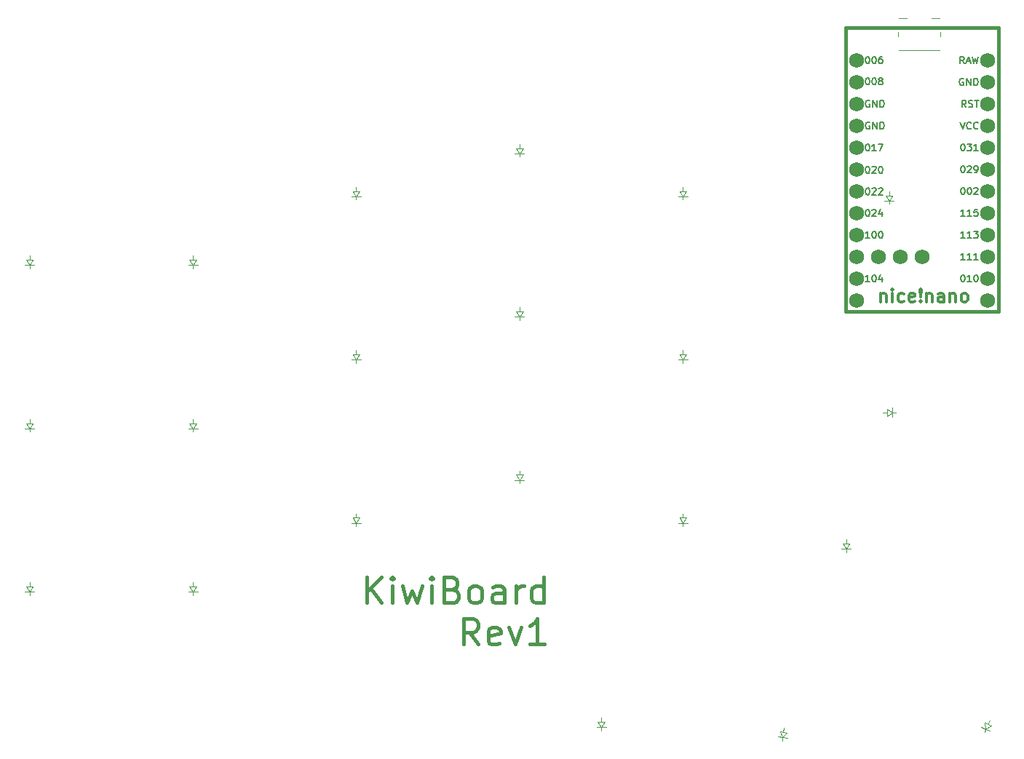
<source format=gbr>
%TF.GenerationSoftware,KiCad,Pcbnew,8.0.6*%
%TF.CreationDate,2024-12-24T11:18:05+01:00*%
%TF.ProjectId,left,6c656674-2e6b-4696-9361-645f70636258,v1.0.0*%
%TF.SameCoordinates,Original*%
%TF.FileFunction,Legend,Top*%
%TF.FilePolarity,Positive*%
%FSLAX46Y46*%
G04 Gerber Fmt 4.6, Leading zero omitted, Abs format (unit mm)*
G04 Created by KiCad (PCBNEW 8.0.6) date 2024-12-24 11:18:05*
%MOMM*%
%LPD*%
G01*
G04 APERTURE LIST*
%ADD10C,0.400000*%
%ADD11C,0.150000*%
%ADD12C,0.300000*%
%ADD13C,0.100000*%
%ADD14C,0.381000*%
%ADD15C,0.120000*%
%ADD16C,1.752600*%
G04 APERTURE END LIST*
D10*
X80701128Y-166152141D02*
X80701128Y-163152141D01*
X82415414Y-166152141D02*
X81129700Y-164437855D01*
X82415414Y-163152141D02*
X80701128Y-164866426D01*
X83701128Y-166152141D02*
X83701128Y-164152141D01*
X83701128Y-163152141D02*
X83558271Y-163294998D01*
X83558271Y-163294998D02*
X83701128Y-163437855D01*
X83701128Y-163437855D02*
X83843985Y-163294998D01*
X83843985Y-163294998D02*
X83701128Y-163152141D01*
X83701128Y-163152141D02*
X83701128Y-163437855D01*
X84843985Y-164152141D02*
X85415414Y-166152141D01*
X85415414Y-166152141D02*
X85986842Y-164723569D01*
X85986842Y-164723569D02*
X86558271Y-166152141D01*
X86558271Y-166152141D02*
X87129699Y-164152141D01*
X88272556Y-166152141D02*
X88272556Y-164152141D01*
X88272556Y-163152141D02*
X88129699Y-163294998D01*
X88129699Y-163294998D02*
X88272556Y-163437855D01*
X88272556Y-163437855D02*
X88415413Y-163294998D01*
X88415413Y-163294998D02*
X88272556Y-163152141D01*
X88272556Y-163152141D02*
X88272556Y-163437855D01*
X90701127Y-164580712D02*
X91129699Y-164723569D01*
X91129699Y-164723569D02*
X91272556Y-164866426D01*
X91272556Y-164866426D02*
X91415413Y-165152141D01*
X91415413Y-165152141D02*
X91415413Y-165580712D01*
X91415413Y-165580712D02*
X91272556Y-165866426D01*
X91272556Y-165866426D02*
X91129699Y-166009284D01*
X91129699Y-166009284D02*
X90843984Y-166152141D01*
X90843984Y-166152141D02*
X89701127Y-166152141D01*
X89701127Y-166152141D02*
X89701127Y-163152141D01*
X89701127Y-163152141D02*
X90701127Y-163152141D01*
X90701127Y-163152141D02*
X90986842Y-163294998D01*
X90986842Y-163294998D02*
X91129699Y-163437855D01*
X91129699Y-163437855D02*
X91272556Y-163723569D01*
X91272556Y-163723569D02*
X91272556Y-164009284D01*
X91272556Y-164009284D02*
X91129699Y-164294998D01*
X91129699Y-164294998D02*
X90986842Y-164437855D01*
X90986842Y-164437855D02*
X90701127Y-164580712D01*
X90701127Y-164580712D02*
X89701127Y-164580712D01*
X93129699Y-166152141D02*
X92843984Y-166009284D01*
X92843984Y-166009284D02*
X92701127Y-165866426D01*
X92701127Y-165866426D02*
X92558270Y-165580712D01*
X92558270Y-165580712D02*
X92558270Y-164723569D01*
X92558270Y-164723569D02*
X92701127Y-164437855D01*
X92701127Y-164437855D02*
X92843984Y-164294998D01*
X92843984Y-164294998D02*
X93129699Y-164152141D01*
X93129699Y-164152141D02*
X93558270Y-164152141D01*
X93558270Y-164152141D02*
X93843984Y-164294998D01*
X93843984Y-164294998D02*
X93986842Y-164437855D01*
X93986842Y-164437855D02*
X94129699Y-164723569D01*
X94129699Y-164723569D02*
X94129699Y-165580712D01*
X94129699Y-165580712D02*
X93986842Y-165866426D01*
X93986842Y-165866426D02*
X93843984Y-166009284D01*
X93843984Y-166009284D02*
X93558270Y-166152141D01*
X93558270Y-166152141D02*
X93129699Y-166152141D01*
X96701128Y-166152141D02*
X96701128Y-164580712D01*
X96701128Y-164580712D02*
X96558270Y-164294998D01*
X96558270Y-164294998D02*
X96272556Y-164152141D01*
X96272556Y-164152141D02*
X95701128Y-164152141D01*
X95701128Y-164152141D02*
X95415413Y-164294998D01*
X96701128Y-166009284D02*
X96415413Y-166152141D01*
X96415413Y-166152141D02*
X95701128Y-166152141D01*
X95701128Y-166152141D02*
X95415413Y-166009284D01*
X95415413Y-166009284D02*
X95272556Y-165723569D01*
X95272556Y-165723569D02*
X95272556Y-165437855D01*
X95272556Y-165437855D02*
X95415413Y-165152141D01*
X95415413Y-165152141D02*
X95701128Y-165009284D01*
X95701128Y-165009284D02*
X96415413Y-165009284D01*
X96415413Y-165009284D02*
X96701128Y-164866426D01*
X98129699Y-166152141D02*
X98129699Y-164152141D01*
X98129699Y-164723569D02*
X98272556Y-164437855D01*
X98272556Y-164437855D02*
X98415414Y-164294998D01*
X98415414Y-164294998D02*
X98701128Y-164152141D01*
X98701128Y-164152141D02*
X98986842Y-164152141D01*
X101272557Y-166152141D02*
X101272557Y-163152141D01*
X101272557Y-166009284D02*
X100986842Y-166152141D01*
X100986842Y-166152141D02*
X100415414Y-166152141D01*
X100415414Y-166152141D02*
X100129699Y-166009284D01*
X100129699Y-166009284D02*
X99986842Y-165866426D01*
X99986842Y-165866426D02*
X99843985Y-165580712D01*
X99843985Y-165580712D02*
X99843985Y-164723569D01*
X99843985Y-164723569D02*
X99986842Y-164437855D01*
X99986842Y-164437855D02*
X100129699Y-164294998D01*
X100129699Y-164294998D02*
X100415414Y-164152141D01*
X100415414Y-164152141D02*
X100986842Y-164152141D01*
X100986842Y-164152141D02*
X101272557Y-164294998D01*
X93701128Y-170981973D02*
X92701128Y-169553401D01*
X91986842Y-170981973D02*
X91986842Y-167981973D01*
X91986842Y-167981973D02*
X93129699Y-167981973D01*
X93129699Y-167981973D02*
X93415414Y-168124830D01*
X93415414Y-168124830D02*
X93558271Y-168267687D01*
X93558271Y-168267687D02*
X93701128Y-168553401D01*
X93701128Y-168553401D02*
X93701128Y-168981973D01*
X93701128Y-168981973D02*
X93558271Y-169267687D01*
X93558271Y-169267687D02*
X93415414Y-169410544D01*
X93415414Y-169410544D02*
X93129699Y-169553401D01*
X93129699Y-169553401D02*
X91986842Y-169553401D01*
X96129699Y-170839116D02*
X95843985Y-170981973D01*
X95843985Y-170981973D02*
X95272557Y-170981973D01*
X95272557Y-170981973D02*
X94986842Y-170839116D01*
X94986842Y-170839116D02*
X94843985Y-170553401D01*
X94843985Y-170553401D02*
X94843985Y-169410544D01*
X94843985Y-169410544D02*
X94986842Y-169124830D01*
X94986842Y-169124830D02*
X95272557Y-168981973D01*
X95272557Y-168981973D02*
X95843985Y-168981973D01*
X95843985Y-168981973D02*
X96129699Y-169124830D01*
X96129699Y-169124830D02*
X96272557Y-169410544D01*
X96272557Y-169410544D02*
X96272557Y-169696258D01*
X96272557Y-169696258D02*
X94843985Y-169981973D01*
X97272557Y-168981973D02*
X97986843Y-170981973D01*
X97986843Y-170981973D02*
X98701128Y-168981973D01*
X101415414Y-170981973D02*
X99701128Y-170981973D01*
X100558271Y-170981973D02*
X100558271Y-167981973D01*
X100558271Y-167981973D02*
X100272557Y-168410544D01*
X100272557Y-168410544D02*
X99986842Y-168696258D01*
X99986842Y-168696258D02*
X99701128Y-168839116D01*
D11*
X150303857Y-123712295D02*
X149846714Y-123712295D01*
X150075286Y-123712295D02*
X150075286Y-122912295D01*
X150075286Y-122912295D02*
X149999095Y-123026580D01*
X149999095Y-123026580D02*
X149922905Y-123102771D01*
X149922905Y-123102771D02*
X149846714Y-123140866D01*
X151065762Y-123712295D02*
X150608619Y-123712295D01*
X150837191Y-123712295D02*
X150837191Y-122912295D01*
X150837191Y-122912295D02*
X150761000Y-123026580D01*
X150761000Y-123026580D02*
X150684810Y-123102771D01*
X150684810Y-123102771D02*
X150608619Y-123140866D01*
X151332429Y-122912295D02*
X151827667Y-122912295D01*
X151827667Y-122912295D02*
X151561001Y-123217057D01*
X151561001Y-123217057D02*
X151675286Y-123217057D01*
X151675286Y-123217057D02*
X151751477Y-123255152D01*
X151751477Y-123255152D02*
X151789572Y-123293247D01*
X151789572Y-123293247D02*
X151827667Y-123369438D01*
X151827667Y-123369438D02*
X151827667Y-123559914D01*
X151827667Y-123559914D02*
X151789572Y-123636104D01*
X151789572Y-123636104D02*
X151751477Y-123674200D01*
X151751477Y-123674200D02*
X151675286Y-123712295D01*
X151675286Y-123712295D02*
X151446715Y-123712295D01*
X151446715Y-123712295D02*
X151370524Y-123674200D01*
X151370524Y-123674200D02*
X151332429Y-123636104D01*
X138962810Y-112762295D02*
X139039000Y-112762295D01*
X139039000Y-112762295D02*
X139115191Y-112800390D01*
X139115191Y-112800390D02*
X139153286Y-112838485D01*
X139153286Y-112838485D02*
X139191381Y-112914676D01*
X139191381Y-112914676D02*
X139229476Y-113067057D01*
X139229476Y-113067057D02*
X139229476Y-113257533D01*
X139229476Y-113257533D02*
X139191381Y-113409914D01*
X139191381Y-113409914D02*
X139153286Y-113486104D01*
X139153286Y-113486104D02*
X139115191Y-113524200D01*
X139115191Y-113524200D02*
X139039000Y-113562295D01*
X139039000Y-113562295D02*
X138962810Y-113562295D01*
X138962810Y-113562295D02*
X138886619Y-113524200D01*
X138886619Y-113524200D02*
X138848524Y-113486104D01*
X138848524Y-113486104D02*
X138810429Y-113409914D01*
X138810429Y-113409914D02*
X138772333Y-113257533D01*
X138772333Y-113257533D02*
X138772333Y-113067057D01*
X138772333Y-113067057D02*
X138810429Y-112914676D01*
X138810429Y-112914676D02*
X138848524Y-112838485D01*
X138848524Y-112838485D02*
X138886619Y-112800390D01*
X138886619Y-112800390D02*
X138962810Y-112762295D01*
X139991381Y-113562295D02*
X139534238Y-113562295D01*
X139762810Y-113562295D02*
X139762810Y-112762295D01*
X139762810Y-112762295D02*
X139686619Y-112876580D01*
X139686619Y-112876580D02*
X139610429Y-112952771D01*
X139610429Y-112952771D02*
X139534238Y-112990866D01*
X140258048Y-112762295D02*
X140791382Y-112762295D01*
X140791382Y-112762295D02*
X140448524Y-113562295D01*
X139229476Y-107710390D02*
X139153286Y-107672295D01*
X139153286Y-107672295D02*
X139039000Y-107672295D01*
X139039000Y-107672295D02*
X138924714Y-107710390D01*
X138924714Y-107710390D02*
X138848524Y-107786580D01*
X138848524Y-107786580D02*
X138810429Y-107862771D01*
X138810429Y-107862771D02*
X138772333Y-108015152D01*
X138772333Y-108015152D02*
X138772333Y-108129438D01*
X138772333Y-108129438D02*
X138810429Y-108281819D01*
X138810429Y-108281819D02*
X138848524Y-108358009D01*
X138848524Y-108358009D02*
X138924714Y-108434200D01*
X138924714Y-108434200D02*
X139039000Y-108472295D01*
X139039000Y-108472295D02*
X139115191Y-108472295D01*
X139115191Y-108472295D02*
X139229476Y-108434200D01*
X139229476Y-108434200D02*
X139267572Y-108396104D01*
X139267572Y-108396104D02*
X139267572Y-108129438D01*
X139267572Y-108129438D02*
X139115191Y-108129438D01*
X139610429Y-108472295D02*
X139610429Y-107672295D01*
X139610429Y-107672295D02*
X140067572Y-108472295D01*
X140067572Y-108472295D02*
X140067572Y-107672295D01*
X140448524Y-108472295D02*
X140448524Y-107672295D01*
X140448524Y-107672295D02*
X140639000Y-107672295D01*
X140639000Y-107672295D02*
X140753286Y-107710390D01*
X140753286Y-107710390D02*
X140829476Y-107786580D01*
X140829476Y-107786580D02*
X140867571Y-107862771D01*
X140867571Y-107862771D02*
X140905667Y-108015152D01*
X140905667Y-108015152D02*
X140905667Y-108129438D01*
X140905667Y-108129438D02*
X140867571Y-108281819D01*
X140867571Y-108281819D02*
X140829476Y-108358009D01*
X140829476Y-108358009D02*
X140753286Y-108434200D01*
X140753286Y-108434200D02*
X140639000Y-108472295D01*
X140639000Y-108472295D02*
X140448524Y-108472295D01*
D12*
X140518285Y-130140328D02*
X140518285Y-131140328D01*
X140518285Y-130283185D02*
X140589714Y-130211757D01*
X140589714Y-130211757D02*
X140732571Y-130140328D01*
X140732571Y-130140328D02*
X140946857Y-130140328D01*
X140946857Y-130140328D02*
X141089714Y-130211757D01*
X141089714Y-130211757D02*
X141161143Y-130354614D01*
X141161143Y-130354614D02*
X141161143Y-131140328D01*
X141875428Y-131140328D02*
X141875428Y-130140328D01*
X141875428Y-129640328D02*
X141804000Y-129711757D01*
X141804000Y-129711757D02*
X141875428Y-129783185D01*
X141875428Y-129783185D02*
X141946857Y-129711757D01*
X141946857Y-129711757D02*
X141875428Y-129640328D01*
X141875428Y-129640328D02*
X141875428Y-129783185D01*
X143232572Y-131068900D02*
X143089714Y-131140328D01*
X143089714Y-131140328D02*
X142804000Y-131140328D01*
X142804000Y-131140328D02*
X142661143Y-131068900D01*
X142661143Y-131068900D02*
X142589714Y-130997471D01*
X142589714Y-130997471D02*
X142518286Y-130854614D01*
X142518286Y-130854614D02*
X142518286Y-130426042D01*
X142518286Y-130426042D02*
X142589714Y-130283185D01*
X142589714Y-130283185D02*
X142661143Y-130211757D01*
X142661143Y-130211757D02*
X142804000Y-130140328D01*
X142804000Y-130140328D02*
X143089714Y-130140328D01*
X143089714Y-130140328D02*
X143232572Y-130211757D01*
X144446857Y-131068900D02*
X144304000Y-131140328D01*
X144304000Y-131140328D02*
X144018286Y-131140328D01*
X144018286Y-131140328D02*
X143875428Y-131068900D01*
X143875428Y-131068900D02*
X143804000Y-130926042D01*
X143804000Y-130926042D02*
X143804000Y-130354614D01*
X143804000Y-130354614D02*
X143875428Y-130211757D01*
X143875428Y-130211757D02*
X144018286Y-130140328D01*
X144018286Y-130140328D02*
X144304000Y-130140328D01*
X144304000Y-130140328D02*
X144446857Y-130211757D01*
X144446857Y-130211757D02*
X144518286Y-130354614D01*
X144518286Y-130354614D02*
X144518286Y-130497471D01*
X144518286Y-130497471D02*
X143804000Y-130640328D01*
X145161142Y-130997471D02*
X145232571Y-131068900D01*
X145232571Y-131068900D02*
X145161142Y-131140328D01*
X145161142Y-131140328D02*
X145089714Y-131068900D01*
X145089714Y-131068900D02*
X145161142Y-130997471D01*
X145161142Y-130997471D02*
X145161142Y-131140328D01*
X145161142Y-130568900D02*
X145089714Y-129711757D01*
X145089714Y-129711757D02*
X145161142Y-129640328D01*
X145161142Y-129640328D02*
X145232571Y-129711757D01*
X145232571Y-129711757D02*
X145161142Y-130568900D01*
X145161142Y-130568900D02*
X145161142Y-129640328D01*
X145875428Y-130140328D02*
X145875428Y-131140328D01*
X145875428Y-130283185D02*
X145946857Y-130211757D01*
X145946857Y-130211757D02*
X146089714Y-130140328D01*
X146089714Y-130140328D02*
X146304000Y-130140328D01*
X146304000Y-130140328D02*
X146446857Y-130211757D01*
X146446857Y-130211757D02*
X146518286Y-130354614D01*
X146518286Y-130354614D02*
X146518286Y-131140328D01*
X147875429Y-131140328D02*
X147875429Y-130354614D01*
X147875429Y-130354614D02*
X147804000Y-130211757D01*
X147804000Y-130211757D02*
X147661143Y-130140328D01*
X147661143Y-130140328D02*
X147375429Y-130140328D01*
X147375429Y-130140328D02*
X147232571Y-130211757D01*
X147875429Y-131068900D02*
X147732571Y-131140328D01*
X147732571Y-131140328D02*
X147375429Y-131140328D01*
X147375429Y-131140328D02*
X147232571Y-131068900D01*
X147232571Y-131068900D02*
X147161143Y-130926042D01*
X147161143Y-130926042D02*
X147161143Y-130783185D01*
X147161143Y-130783185D02*
X147232571Y-130640328D01*
X147232571Y-130640328D02*
X147375429Y-130568900D01*
X147375429Y-130568900D02*
X147732571Y-130568900D01*
X147732571Y-130568900D02*
X147875429Y-130497471D01*
X148589714Y-130140328D02*
X148589714Y-131140328D01*
X148589714Y-130283185D02*
X148661143Y-130211757D01*
X148661143Y-130211757D02*
X148804000Y-130140328D01*
X148804000Y-130140328D02*
X149018286Y-130140328D01*
X149018286Y-130140328D02*
X149161143Y-130211757D01*
X149161143Y-130211757D02*
X149232572Y-130354614D01*
X149232572Y-130354614D02*
X149232572Y-131140328D01*
X150161143Y-131140328D02*
X150018286Y-131068900D01*
X150018286Y-131068900D02*
X149946857Y-130997471D01*
X149946857Y-130997471D02*
X149875429Y-130854614D01*
X149875429Y-130854614D02*
X149875429Y-130426042D01*
X149875429Y-130426042D02*
X149946857Y-130283185D01*
X149946857Y-130283185D02*
X150018286Y-130211757D01*
X150018286Y-130211757D02*
X150161143Y-130140328D01*
X150161143Y-130140328D02*
X150375429Y-130140328D01*
X150375429Y-130140328D02*
X150518286Y-130211757D01*
X150518286Y-130211757D02*
X150589715Y-130283185D01*
X150589715Y-130283185D02*
X150661143Y-130426042D01*
X150661143Y-130426042D02*
X150661143Y-130854614D01*
X150661143Y-130854614D02*
X150589715Y-130997471D01*
X150589715Y-130997471D02*
X150518286Y-131068900D01*
X150518286Y-131068900D02*
X150375429Y-131140328D01*
X150375429Y-131140328D02*
X150161143Y-131140328D01*
D11*
X150221334Y-103392295D02*
X149954667Y-103011342D01*
X149764191Y-103392295D02*
X149764191Y-102592295D01*
X149764191Y-102592295D02*
X150068953Y-102592295D01*
X150068953Y-102592295D02*
X150145143Y-102630390D01*
X150145143Y-102630390D02*
X150183238Y-102668485D01*
X150183238Y-102668485D02*
X150221334Y-102744676D01*
X150221334Y-102744676D02*
X150221334Y-102858961D01*
X150221334Y-102858961D02*
X150183238Y-102935152D01*
X150183238Y-102935152D02*
X150145143Y-102973247D01*
X150145143Y-102973247D02*
X150068953Y-103011342D01*
X150068953Y-103011342D02*
X149764191Y-103011342D01*
X150526095Y-103163723D02*
X150907048Y-103163723D01*
X150449905Y-103392295D02*
X150716572Y-102592295D01*
X150716572Y-102592295D02*
X150983238Y-103392295D01*
X151173714Y-102592295D02*
X151364190Y-103392295D01*
X151364190Y-103392295D02*
X151516571Y-102820866D01*
X151516571Y-102820866D02*
X151668952Y-103392295D01*
X151668952Y-103392295D02*
X151859429Y-102592295D01*
X139229476Y-128792295D02*
X138772333Y-128792295D01*
X139000905Y-128792295D02*
X139000905Y-127992295D01*
X139000905Y-127992295D02*
X138924714Y-128106580D01*
X138924714Y-128106580D02*
X138848524Y-128182771D01*
X138848524Y-128182771D02*
X138772333Y-128220866D01*
X139724715Y-127992295D02*
X139800905Y-127992295D01*
X139800905Y-127992295D02*
X139877096Y-128030390D01*
X139877096Y-128030390D02*
X139915191Y-128068485D01*
X139915191Y-128068485D02*
X139953286Y-128144676D01*
X139953286Y-128144676D02*
X139991381Y-128297057D01*
X139991381Y-128297057D02*
X139991381Y-128487533D01*
X139991381Y-128487533D02*
X139953286Y-128639914D01*
X139953286Y-128639914D02*
X139915191Y-128716104D01*
X139915191Y-128716104D02*
X139877096Y-128754200D01*
X139877096Y-128754200D02*
X139800905Y-128792295D01*
X139800905Y-128792295D02*
X139724715Y-128792295D01*
X139724715Y-128792295D02*
X139648524Y-128754200D01*
X139648524Y-128754200D02*
X139610429Y-128716104D01*
X139610429Y-128716104D02*
X139572334Y-128639914D01*
X139572334Y-128639914D02*
X139534238Y-128487533D01*
X139534238Y-128487533D02*
X139534238Y-128297057D01*
X139534238Y-128297057D02*
X139572334Y-128144676D01*
X139572334Y-128144676D02*
X139610429Y-128068485D01*
X139610429Y-128068485D02*
X139648524Y-128030390D01*
X139648524Y-128030390D02*
X139724715Y-127992295D01*
X140677096Y-128258961D02*
X140677096Y-128792295D01*
X140486620Y-127954200D02*
X140296143Y-128525628D01*
X140296143Y-128525628D02*
X140791382Y-128525628D01*
X138962810Y-120372295D02*
X139039000Y-120372295D01*
X139039000Y-120372295D02*
X139115191Y-120410390D01*
X139115191Y-120410390D02*
X139153286Y-120448485D01*
X139153286Y-120448485D02*
X139191381Y-120524676D01*
X139191381Y-120524676D02*
X139229476Y-120677057D01*
X139229476Y-120677057D02*
X139229476Y-120867533D01*
X139229476Y-120867533D02*
X139191381Y-121019914D01*
X139191381Y-121019914D02*
X139153286Y-121096104D01*
X139153286Y-121096104D02*
X139115191Y-121134200D01*
X139115191Y-121134200D02*
X139039000Y-121172295D01*
X139039000Y-121172295D02*
X138962810Y-121172295D01*
X138962810Y-121172295D02*
X138886619Y-121134200D01*
X138886619Y-121134200D02*
X138848524Y-121096104D01*
X138848524Y-121096104D02*
X138810429Y-121019914D01*
X138810429Y-121019914D02*
X138772333Y-120867533D01*
X138772333Y-120867533D02*
X138772333Y-120677057D01*
X138772333Y-120677057D02*
X138810429Y-120524676D01*
X138810429Y-120524676D02*
X138848524Y-120448485D01*
X138848524Y-120448485D02*
X138886619Y-120410390D01*
X138886619Y-120410390D02*
X138962810Y-120372295D01*
X139534238Y-120448485D02*
X139572334Y-120410390D01*
X139572334Y-120410390D02*
X139648524Y-120372295D01*
X139648524Y-120372295D02*
X139839000Y-120372295D01*
X139839000Y-120372295D02*
X139915191Y-120410390D01*
X139915191Y-120410390D02*
X139953286Y-120448485D01*
X139953286Y-120448485D02*
X139991381Y-120524676D01*
X139991381Y-120524676D02*
X139991381Y-120600866D01*
X139991381Y-120600866D02*
X139953286Y-120715152D01*
X139953286Y-120715152D02*
X139496143Y-121172295D01*
X139496143Y-121172295D02*
X139991381Y-121172295D01*
X140677096Y-120638961D02*
X140677096Y-121172295D01*
X140486620Y-120334200D02*
X140296143Y-120905628D01*
X140296143Y-120905628D02*
X140791382Y-120905628D01*
X150037191Y-117832295D02*
X150113381Y-117832295D01*
X150113381Y-117832295D02*
X150189572Y-117870390D01*
X150189572Y-117870390D02*
X150227667Y-117908485D01*
X150227667Y-117908485D02*
X150265762Y-117984676D01*
X150265762Y-117984676D02*
X150303857Y-118137057D01*
X150303857Y-118137057D02*
X150303857Y-118327533D01*
X150303857Y-118327533D02*
X150265762Y-118479914D01*
X150265762Y-118479914D02*
X150227667Y-118556104D01*
X150227667Y-118556104D02*
X150189572Y-118594200D01*
X150189572Y-118594200D02*
X150113381Y-118632295D01*
X150113381Y-118632295D02*
X150037191Y-118632295D01*
X150037191Y-118632295D02*
X149961000Y-118594200D01*
X149961000Y-118594200D02*
X149922905Y-118556104D01*
X149922905Y-118556104D02*
X149884810Y-118479914D01*
X149884810Y-118479914D02*
X149846714Y-118327533D01*
X149846714Y-118327533D02*
X149846714Y-118137057D01*
X149846714Y-118137057D02*
X149884810Y-117984676D01*
X149884810Y-117984676D02*
X149922905Y-117908485D01*
X149922905Y-117908485D02*
X149961000Y-117870390D01*
X149961000Y-117870390D02*
X150037191Y-117832295D01*
X150799096Y-117832295D02*
X150875286Y-117832295D01*
X150875286Y-117832295D02*
X150951477Y-117870390D01*
X150951477Y-117870390D02*
X150989572Y-117908485D01*
X150989572Y-117908485D02*
X151027667Y-117984676D01*
X151027667Y-117984676D02*
X151065762Y-118137057D01*
X151065762Y-118137057D02*
X151065762Y-118327533D01*
X151065762Y-118327533D02*
X151027667Y-118479914D01*
X151027667Y-118479914D02*
X150989572Y-118556104D01*
X150989572Y-118556104D02*
X150951477Y-118594200D01*
X150951477Y-118594200D02*
X150875286Y-118632295D01*
X150875286Y-118632295D02*
X150799096Y-118632295D01*
X150799096Y-118632295D02*
X150722905Y-118594200D01*
X150722905Y-118594200D02*
X150684810Y-118556104D01*
X150684810Y-118556104D02*
X150646715Y-118479914D01*
X150646715Y-118479914D02*
X150608619Y-118327533D01*
X150608619Y-118327533D02*
X150608619Y-118137057D01*
X150608619Y-118137057D02*
X150646715Y-117984676D01*
X150646715Y-117984676D02*
X150684810Y-117908485D01*
X150684810Y-117908485D02*
X150722905Y-117870390D01*
X150722905Y-117870390D02*
X150799096Y-117832295D01*
X151370524Y-117908485D02*
X151408620Y-117870390D01*
X151408620Y-117870390D02*
X151484810Y-117832295D01*
X151484810Y-117832295D02*
X151675286Y-117832295D01*
X151675286Y-117832295D02*
X151751477Y-117870390D01*
X151751477Y-117870390D02*
X151789572Y-117908485D01*
X151789572Y-117908485D02*
X151827667Y-117984676D01*
X151827667Y-117984676D02*
X151827667Y-118060866D01*
X151827667Y-118060866D02*
X151789572Y-118175152D01*
X151789572Y-118175152D02*
X151332429Y-118632295D01*
X151332429Y-118632295D02*
X151827667Y-118632295D01*
X150037191Y-112752295D02*
X150113381Y-112752295D01*
X150113381Y-112752295D02*
X150189572Y-112790390D01*
X150189572Y-112790390D02*
X150227667Y-112828485D01*
X150227667Y-112828485D02*
X150265762Y-112904676D01*
X150265762Y-112904676D02*
X150303857Y-113057057D01*
X150303857Y-113057057D02*
X150303857Y-113247533D01*
X150303857Y-113247533D02*
X150265762Y-113399914D01*
X150265762Y-113399914D02*
X150227667Y-113476104D01*
X150227667Y-113476104D02*
X150189572Y-113514200D01*
X150189572Y-113514200D02*
X150113381Y-113552295D01*
X150113381Y-113552295D02*
X150037191Y-113552295D01*
X150037191Y-113552295D02*
X149961000Y-113514200D01*
X149961000Y-113514200D02*
X149922905Y-113476104D01*
X149922905Y-113476104D02*
X149884810Y-113399914D01*
X149884810Y-113399914D02*
X149846714Y-113247533D01*
X149846714Y-113247533D02*
X149846714Y-113057057D01*
X149846714Y-113057057D02*
X149884810Y-112904676D01*
X149884810Y-112904676D02*
X149922905Y-112828485D01*
X149922905Y-112828485D02*
X149961000Y-112790390D01*
X149961000Y-112790390D02*
X150037191Y-112752295D01*
X150570524Y-112752295D02*
X151065762Y-112752295D01*
X151065762Y-112752295D02*
X150799096Y-113057057D01*
X150799096Y-113057057D02*
X150913381Y-113057057D01*
X150913381Y-113057057D02*
X150989572Y-113095152D01*
X150989572Y-113095152D02*
X151027667Y-113133247D01*
X151027667Y-113133247D02*
X151065762Y-113209438D01*
X151065762Y-113209438D02*
X151065762Y-113399914D01*
X151065762Y-113399914D02*
X151027667Y-113476104D01*
X151027667Y-113476104D02*
X150989572Y-113514200D01*
X150989572Y-113514200D02*
X150913381Y-113552295D01*
X150913381Y-113552295D02*
X150684810Y-113552295D01*
X150684810Y-113552295D02*
X150608619Y-113514200D01*
X150608619Y-113514200D02*
X150570524Y-113476104D01*
X151827667Y-113552295D02*
X151370524Y-113552295D01*
X151599096Y-113552295D02*
X151599096Y-112752295D01*
X151599096Y-112752295D02*
X151522905Y-112866580D01*
X151522905Y-112866580D02*
X151446715Y-112942771D01*
X151446715Y-112942771D02*
X151370524Y-112980866D01*
X150303857Y-126252295D02*
X149846714Y-126252295D01*
X150075286Y-126252295D02*
X150075286Y-125452295D01*
X150075286Y-125452295D02*
X149999095Y-125566580D01*
X149999095Y-125566580D02*
X149922905Y-125642771D01*
X149922905Y-125642771D02*
X149846714Y-125680866D01*
X151065762Y-126252295D02*
X150608619Y-126252295D01*
X150837191Y-126252295D02*
X150837191Y-125452295D01*
X150837191Y-125452295D02*
X150761000Y-125566580D01*
X150761000Y-125566580D02*
X150684810Y-125642771D01*
X150684810Y-125642771D02*
X150608619Y-125680866D01*
X151827667Y-126252295D02*
X151370524Y-126252295D01*
X151599096Y-126252295D02*
X151599096Y-125452295D01*
X151599096Y-125452295D02*
X151522905Y-125566580D01*
X151522905Y-125566580D02*
X151446715Y-125642771D01*
X151446715Y-125642771D02*
X151370524Y-125680866D01*
X138962810Y-115362295D02*
X139039000Y-115362295D01*
X139039000Y-115362295D02*
X139115191Y-115400390D01*
X139115191Y-115400390D02*
X139153286Y-115438485D01*
X139153286Y-115438485D02*
X139191381Y-115514676D01*
X139191381Y-115514676D02*
X139229476Y-115667057D01*
X139229476Y-115667057D02*
X139229476Y-115857533D01*
X139229476Y-115857533D02*
X139191381Y-116009914D01*
X139191381Y-116009914D02*
X139153286Y-116086104D01*
X139153286Y-116086104D02*
X139115191Y-116124200D01*
X139115191Y-116124200D02*
X139039000Y-116162295D01*
X139039000Y-116162295D02*
X138962810Y-116162295D01*
X138962810Y-116162295D02*
X138886619Y-116124200D01*
X138886619Y-116124200D02*
X138848524Y-116086104D01*
X138848524Y-116086104D02*
X138810429Y-116009914D01*
X138810429Y-116009914D02*
X138772333Y-115857533D01*
X138772333Y-115857533D02*
X138772333Y-115667057D01*
X138772333Y-115667057D02*
X138810429Y-115514676D01*
X138810429Y-115514676D02*
X138848524Y-115438485D01*
X138848524Y-115438485D02*
X138886619Y-115400390D01*
X138886619Y-115400390D02*
X138962810Y-115362295D01*
X139534238Y-115438485D02*
X139572334Y-115400390D01*
X139572334Y-115400390D02*
X139648524Y-115362295D01*
X139648524Y-115362295D02*
X139839000Y-115362295D01*
X139839000Y-115362295D02*
X139915191Y-115400390D01*
X139915191Y-115400390D02*
X139953286Y-115438485D01*
X139953286Y-115438485D02*
X139991381Y-115514676D01*
X139991381Y-115514676D02*
X139991381Y-115590866D01*
X139991381Y-115590866D02*
X139953286Y-115705152D01*
X139953286Y-115705152D02*
X139496143Y-116162295D01*
X139496143Y-116162295D02*
X139991381Y-116162295D01*
X140486620Y-115362295D02*
X140562810Y-115362295D01*
X140562810Y-115362295D02*
X140639001Y-115400390D01*
X140639001Y-115400390D02*
X140677096Y-115438485D01*
X140677096Y-115438485D02*
X140715191Y-115514676D01*
X140715191Y-115514676D02*
X140753286Y-115667057D01*
X140753286Y-115667057D02*
X140753286Y-115857533D01*
X140753286Y-115857533D02*
X140715191Y-116009914D01*
X140715191Y-116009914D02*
X140677096Y-116086104D01*
X140677096Y-116086104D02*
X140639001Y-116124200D01*
X140639001Y-116124200D02*
X140562810Y-116162295D01*
X140562810Y-116162295D02*
X140486620Y-116162295D01*
X140486620Y-116162295D02*
X140410429Y-116124200D01*
X140410429Y-116124200D02*
X140372334Y-116086104D01*
X140372334Y-116086104D02*
X140334239Y-116009914D01*
X140334239Y-116009914D02*
X140296143Y-115857533D01*
X140296143Y-115857533D02*
X140296143Y-115667057D01*
X140296143Y-115667057D02*
X140334239Y-115514676D01*
X140334239Y-115514676D02*
X140372334Y-115438485D01*
X140372334Y-115438485D02*
X140410429Y-115400390D01*
X140410429Y-115400390D02*
X140486620Y-115362295D01*
X149770524Y-110212295D02*
X150037191Y-111012295D01*
X150037191Y-111012295D02*
X150303857Y-110212295D01*
X151027667Y-110936104D02*
X150989571Y-110974200D01*
X150989571Y-110974200D02*
X150875286Y-111012295D01*
X150875286Y-111012295D02*
X150799095Y-111012295D01*
X150799095Y-111012295D02*
X150684809Y-110974200D01*
X150684809Y-110974200D02*
X150608619Y-110898009D01*
X150608619Y-110898009D02*
X150570524Y-110821819D01*
X150570524Y-110821819D02*
X150532428Y-110669438D01*
X150532428Y-110669438D02*
X150532428Y-110555152D01*
X150532428Y-110555152D02*
X150570524Y-110402771D01*
X150570524Y-110402771D02*
X150608619Y-110326580D01*
X150608619Y-110326580D02*
X150684809Y-110250390D01*
X150684809Y-110250390D02*
X150799095Y-110212295D01*
X150799095Y-110212295D02*
X150875286Y-110212295D01*
X150875286Y-110212295D02*
X150989571Y-110250390D01*
X150989571Y-110250390D02*
X151027667Y-110288485D01*
X151827667Y-110936104D02*
X151789571Y-110974200D01*
X151789571Y-110974200D02*
X151675286Y-111012295D01*
X151675286Y-111012295D02*
X151599095Y-111012295D01*
X151599095Y-111012295D02*
X151484809Y-110974200D01*
X151484809Y-110974200D02*
X151408619Y-110898009D01*
X151408619Y-110898009D02*
X151370524Y-110821819D01*
X151370524Y-110821819D02*
X151332428Y-110669438D01*
X151332428Y-110669438D02*
X151332428Y-110555152D01*
X151332428Y-110555152D02*
X151370524Y-110402771D01*
X151370524Y-110402771D02*
X151408619Y-110326580D01*
X151408619Y-110326580D02*
X151484809Y-110250390D01*
X151484809Y-110250390D02*
X151599095Y-110212295D01*
X151599095Y-110212295D02*
X151675286Y-110212295D01*
X151675286Y-110212295D02*
X151789571Y-110250390D01*
X151789571Y-110250390D02*
X151827667Y-110288485D01*
X150037191Y-115292295D02*
X150113381Y-115292295D01*
X150113381Y-115292295D02*
X150189572Y-115330390D01*
X150189572Y-115330390D02*
X150227667Y-115368485D01*
X150227667Y-115368485D02*
X150265762Y-115444676D01*
X150265762Y-115444676D02*
X150303857Y-115597057D01*
X150303857Y-115597057D02*
X150303857Y-115787533D01*
X150303857Y-115787533D02*
X150265762Y-115939914D01*
X150265762Y-115939914D02*
X150227667Y-116016104D01*
X150227667Y-116016104D02*
X150189572Y-116054200D01*
X150189572Y-116054200D02*
X150113381Y-116092295D01*
X150113381Y-116092295D02*
X150037191Y-116092295D01*
X150037191Y-116092295D02*
X149961000Y-116054200D01*
X149961000Y-116054200D02*
X149922905Y-116016104D01*
X149922905Y-116016104D02*
X149884810Y-115939914D01*
X149884810Y-115939914D02*
X149846714Y-115787533D01*
X149846714Y-115787533D02*
X149846714Y-115597057D01*
X149846714Y-115597057D02*
X149884810Y-115444676D01*
X149884810Y-115444676D02*
X149922905Y-115368485D01*
X149922905Y-115368485D02*
X149961000Y-115330390D01*
X149961000Y-115330390D02*
X150037191Y-115292295D01*
X150608619Y-115368485D02*
X150646715Y-115330390D01*
X150646715Y-115330390D02*
X150722905Y-115292295D01*
X150722905Y-115292295D02*
X150913381Y-115292295D01*
X150913381Y-115292295D02*
X150989572Y-115330390D01*
X150989572Y-115330390D02*
X151027667Y-115368485D01*
X151027667Y-115368485D02*
X151065762Y-115444676D01*
X151065762Y-115444676D02*
X151065762Y-115520866D01*
X151065762Y-115520866D02*
X151027667Y-115635152D01*
X151027667Y-115635152D02*
X150570524Y-116092295D01*
X150570524Y-116092295D02*
X151065762Y-116092295D01*
X151446715Y-116092295D02*
X151599096Y-116092295D01*
X151599096Y-116092295D02*
X151675286Y-116054200D01*
X151675286Y-116054200D02*
X151713382Y-116016104D01*
X151713382Y-116016104D02*
X151789572Y-115901819D01*
X151789572Y-115901819D02*
X151827667Y-115749438D01*
X151827667Y-115749438D02*
X151827667Y-115444676D01*
X151827667Y-115444676D02*
X151789572Y-115368485D01*
X151789572Y-115368485D02*
X151751477Y-115330390D01*
X151751477Y-115330390D02*
X151675286Y-115292295D01*
X151675286Y-115292295D02*
X151522905Y-115292295D01*
X151522905Y-115292295D02*
X151446715Y-115330390D01*
X151446715Y-115330390D02*
X151408620Y-115368485D01*
X151408620Y-115368485D02*
X151370524Y-115444676D01*
X151370524Y-115444676D02*
X151370524Y-115635152D01*
X151370524Y-115635152D02*
X151408620Y-115711342D01*
X151408620Y-115711342D02*
X151446715Y-115749438D01*
X151446715Y-115749438D02*
X151522905Y-115787533D01*
X151522905Y-115787533D02*
X151675286Y-115787533D01*
X151675286Y-115787533D02*
X151751477Y-115749438D01*
X151751477Y-115749438D02*
X151789572Y-115711342D01*
X151789572Y-115711342D02*
X151827667Y-115635152D01*
X150037191Y-127992295D02*
X150113381Y-127992295D01*
X150113381Y-127992295D02*
X150189572Y-128030390D01*
X150189572Y-128030390D02*
X150227667Y-128068485D01*
X150227667Y-128068485D02*
X150265762Y-128144676D01*
X150265762Y-128144676D02*
X150303857Y-128297057D01*
X150303857Y-128297057D02*
X150303857Y-128487533D01*
X150303857Y-128487533D02*
X150265762Y-128639914D01*
X150265762Y-128639914D02*
X150227667Y-128716104D01*
X150227667Y-128716104D02*
X150189572Y-128754200D01*
X150189572Y-128754200D02*
X150113381Y-128792295D01*
X150113381Y-128792295D02*
X150037191Y-128792295D01*
X150037191Y-128792295D02*
X149961000Y-128754200D01*
X149961000Y-128754200D02*
X149922905Y-128716104D01*
X149922905Y-128716104D02*
X149884810Y-128639914D01*
X149884810Y-128639914D02*
X149846714Y-128487533D01*
X149846714Y-128487533D02*
X149846714Y-128297057D01*
X149846714Y-128297057D02*
X149884810Y-128144676D01*
X149884810Y-128144676D02*
X149922905Y-128068485D01*
X149922905Y-128068485D02*
X149961000Y-128030390D01*
X149961000Y-128030390D02*
X150037191Y-127992295D01*
X151065762Y-128792295D02*
X150608619Y-128792295D01*
X150837191Y-128792295D02*
X150837191Y-127992295D01*
X150837191Y-127992295D02*
X150761000Y-128106580D01*
X150761000Y-128106580D02*
X150684810Y-128182771D01*
X150684810Y-128182771D02*
X150608619Y-128220866D01*
X151561001Y-127992295D02*
X151637191Y-127992295D01*
X151637191Y-127992295D02*
X151713382Y-128030390D01*
X151713382Y-128030390D02*
X151751477Y-128068485D01*
X151751477Y-128068485D02*
X151789572Y-128144676D01*
X151789572Y-128144676D02*
X151827667Y-128297057D01*
X151827667Y-128297057D02*
X151827667Y-128487533D01*
X151827667Y-128487533D02*
X151789572Y-128639914D01*
X151789572Y-128639914D02*
X151751477Y-128716104D01*
X151751477Y-128716104D02*
X151713382Y-128754200D01*
X151713382Y-128754200D02*
X151637191Y-128792295D01*
X151637191Y-128792295D02*
X151561001Y-128792295D01*
X151561001Y-128792295D02*
X151484810Y-128754200D01*
X151484810Y-128754200D02*
X151446715Y-128716104D01*
X151446715Y-128716104D02*
X151408620Y-128639914D01*
X151408620Y-128639914D02*
X151370524Y-128487533D01*
X151370524Y-128487533D02*
X151370524Y-128297057D01*
X151370524Y-128297057D02*
X151408620Y-128144676D01*
X151408620Y-128144676D02*
X151446715Y-128068485D01*
X151446715Y-128068485D02*
X151484810Y-128030390D01*
X151484810Y-128030390D02*
X151561001Y-127992295D01*
X150303857Y-121172295D02*
X149846714Y-121172295D01*
X150075286Y-121172295D02*
X150075286Y-120372295D01*
X150075286Y-120372295D02*
X149999095Y-120486580D01*
X149999095Y-120486580D02*
X149922905Y-120562771D01*
X149922905Y-120562771D02*
X149846714Y-120600866D01*
X151065762Y-121172295D02*
X150608619Y-121172295D01*
X150837191Y-121172295D02*
X150837191Y-120372295D01*
X150837191Y-120372295D02*
X150761000Y-120486580D01*
X150761000Y-120486580D02*
X150684810Y-120562771D01*
X150684810Y-120562771D02*
X150608619Y-120600866D01*
X151789572Y-120372295D02*
X151408620Y-120372295D01*
X151408620Y-120372295D02*
X151370524Y-120753247D01*
X151370524Y-120753247D02*
X151408620Y-120715152D01*
X151408620Y-120715152D02*
X151484810Y-120677057D01*
X151484810Y-120677057D02*
X151675286Y-120677057D01*
X151675286Y-120677057D02*
X151751477Y-120715152D01*
X151751477Y-120715152D02*
X151789572Y-120753247D01*
X151789572Y-120753247D02*
X151827667Y-120829438D01*
X151827667Y-120829438D02*
X151827667Y-121019914D01*
X151827667Y-121019914D02*
X151789572Y-121096104D01*
X151789572Y-121096104D02*
X151751477Y-121134200D01*
X151751477Y-121134200D02*
X151675286Y-121172295D01*
X151675286Y-121172295D02*
X151484810Y-121172295D01*
X151484810Y-121172295D02*
X151408620Y-121134200D01*
X151408620Y-121134200D02*
X151370524Y-121096104D01*
X138962810Y-105062295D02*
X139039000Y-105062295D01*
X139039000Y-105062295D02*
X139115191Y-105100390D01*
X139115191Y-105100390D02*
X139153286Y-105138485D01*
X139153286Y-105138485D02*
X139191381Y-105214676D01*
X139191381Y-105214676D02*
X139229476Y-105367057D01*
X139229476Y-105367057D02*
X139229476Y-105557533D01*
X139229476Y-105557533D02*
X139191381Y-105709914D01*
X139191381Y-105709914D02*
X139153286Y-105786104D01*
X139153286Y-105786104D02*
X139115191Y-105824200D01*
X139115191Y-105824200D02*
X139039000Y-105862295D01*
X139039000Y-105862295D02*
X138962810Y-105862295D01*
X138962810Y-105862295D02*
X138886619Y-105824200D01*
X138886619Y-105824200D02*
X138848524Y-105786104D01*
X138848524Y-105786104D02*
X138810429Y-105709914D01*
X138810429Y-105709914D02*
X138772333Y-105557533D01*
X138772333Y-105557533D02*
X138772333Y-105367057D01*
X138772333Y-105367057D02*
X138810429Y-105214676D01*
X138810429Y-105214676D02*
X138848524Y-105138485D01*
X138848524Y-105138485D02*
X138886619Y-105100390D01*
X138886619Y-105100390D02*
X138962810Y-105062295D01*
X139724715Y-105062295D02*
X139800905Y-105062295D01*
X139800905Y-105062295D02*
X139877096Y-105100390D01*
X139877096Y-105100390D02*
X139915191Y-105138485D01*
X139915191Y-105138485D02*
X139953286Y-105214676D01*
X139953286Y-105214676D02*
X139991381Y-105367057D01*
X139991381Y-105367057D02*
X139991381Y-105557533D01*
X139991381Y-105557533D02*
X139953286Y-105709914D01*
X139953286Y-105709914D02*
X139915191Y-105786104D01*
X139915191Y-105786104D02*
X139877096Y-105824200D01*
X139877096Y-105824200D02*
X139800905Y-105862295D01*
X139800905Y-105862295D02*
X139724715Y-105862295D01*
X139724715Y-105862295D02*
X139648524Y-105824200D01*
X139648524Y-105824200D02*
X139610429Y-105786104D01*
X139610429Y-105786104D02*
X139572334Y-105709914D01*
X139572334Y-105709914D02*
X139534238Y-105557533D01*
X139534238Y-105557533D02*
X139534238Y-105367057D01*
X139534238Y-105367057D02*
X139572334Y-105214676D01*
X139572334Y-105214676D02*
X139610429Y-105138485D01*
X139610429Y-105138485D02*
X139648524Y-105100390D01*
X139648524Y-105100390D02*
X139724715Y-105062295D01*
X140448524Y-105405152D02*
X140372334Y-105367057D01*
X140372334Y-105367057D02*
X140334239Y-105328961D01*
X140334239Y-105328961D02*
X140296143Y-105252771D01*
X140296143Y-105252771D02*
X140296143Y-105214676D01*
X140296143Y-105214676D02*
X140334239Y-105138485D01*
X140334239Y-105138485D02*
X140372334Y-105100390D01*
X140372334Y-105100390D02*
X140448524Y-105062295D01*
X140448524Y-105062295D02*
X140600905Y-105062295D01*
X140600905Y-105062295D02*
X140677096Y-105100390D01*
X140677096Y-105100390D02*
X140715191Y-105138485D01*
X140715191Y-105138485D02*
X140753286Y-105214676D01*
X140753286Y-105214676D02*
X140753286Y-105252771D01*
X140753286Y-105252771D02*
X140715191Y-105328961D01*
X140715191Y-105328961D02*
X140677096Y-105367057D01*
X140677096Y-105367057D02*
X140600905Y-105405152D01*
X140600905Y-105405152D02*
X140448524Y-105405152D01*
X140448524Y-105405152D02*
X140372334Y-105443247D01*
X140372334Y-105443247D02*
X140334239Y-105481342D01*
X140334239Y-105481342D02*
X140296143Y-105557533D01*
X140296143Y-105557533D02*
X140296143Y-105709914D01*
X140296143Y-105709914D02*
X140334239Y-105786104D01*
X140334239Y-105786104D02*
X140372334Y-105824200D01*
X140372334Y-105824200D02*
X140448524Y-105862295D01*
X140448524Y-105862295D02*
X140600905Y-105862295D01*
X140600905Y-105862295D02*
X140677096Y-105824200D01*
X140677096Y-105824200D02*
X140715191Y-105786104D01*
X140715191Y-105786104D02*
X140753286Y-105709914D01*
X140753286Y-105709914D02*
X140753286Y-105557533D01*
X140753286Y-105557533D02*
X140715191Y-105481342D01*
X140715191Y-105481342D02*
X140677096Y-105443247D01*
X140677096Y-105443247D02*
X140600905Y-105405152D01*
X150145143Y-105170390D02*
X150068953Y-105132295D01*
X150068953Y-105132295D02*
X149954667Y-105132295D01*
X149954667Y-105132295D02*
X149840381Y-105170390D01*
X149840381Y-105170390D02*
X149764191Y-105246580D01*
X149764191Y-105246580D02*
X149726096Y-105322771D01*
X149726096Y-105322771D02*
X149688000Y-105475152D01*
X149688000Y-105475152D02*
X149688000Y-105589438D01*
X149688000Y-105589438D02*
X149726096Y-105741819D01*
X149726096Y-105741819D02*
X149764191Y-105818009D01*
X149764191Y-105818009D02*
X149840381Y-105894200D01*
X149840381Y-105894200D02*
X149954667Y-105932295D01*
X149954667Y-105932295D02*
X150030858Y-105932295D01*
X150030858Y-105932295D02*
X150145143Y-105894200D01*
X150145143Y-105894200D02*
X150183239Y-105856104D01*
X150183239Y-105856104D02*
X150183239Y-105589438D01*
X150183239Y-105589438D02*
X150030858Y-105589438D01*
X150526096Y-105932295D02*
X150526096Y-105132295D01*
X150526096Y-105132295D02*
X150983239Y-105932295D01*
X150983239Y-105932295D02*
X150983239Y-105132295D01*
X151364191Y-105932295D02*
X151364191Y-105132295D01*
X151364191Y-105132295D02*
X151554667Y-105132295D01*
X151554667Y-105132295D02*
X151668953Y-105170390D01*
X151668953Y-105170390D02*
X151745143Y-105246580D01*
X151745143Y-105246580D02*
X151783238Y-105322771D01*
X151783238Y-105322771D02*
X151821334Y-105475152D01*
X151821334Y-105475152D02*
X151821334Y-105589438D01*
X151821334Y-105589438D02*
X151783238Y-105741819D01*
X151783238Y-105741819D02*
X151745143Y-105818009D01*
X151745143Y-105818009D02*
X151668953Y-105894200D01*
X151668953Y-105894200D02*
X151554667Y-105932295D01*
X151554667Y-105932295D02*
X151364191Y-105932295D01*
X139229476Y-123712295D02*
X138772333Y-123712295D01*
X139000905Y-123712295D02*
X139000905Y-122912295D01*
X139000905Y-122912295D02*
X138924714Y-123026580D01*
X138924714Y-123026580D02*
X138848524Y-123102771D01*
X138848524Y-123102771D02*
X138772333Y-123140866D01*
X139724715Y-122912295D02*
X139800905Y-122912295D01*
X139800905Y-122912295D02*
X139877096Y-122950390D01*
X139877096Y-122950390D02*
X139915191Y-122988485D01*
X139915191Y-122988485D02*
X139953286Y-123064676D01*
X139953286Y-123064676D02*
X139991381Y-123217057D01*
X139991381Y-123217057D02*
X139991381Y-123407533D01*
X139991381Y-123407533D02*
X139953286Y-123559914D01*
X139953286Y-123559914D02*
X139915191Y-123636104D01*
X139915191Y-123636104D02*
X139877096Y-123674200D01*
X139877096Y-123674200D02*
X139800905Y-123712295D01*
X139800905Y-123712295D02*
X139724715Y-123712295D01*
X139724715Y-123712295D02*
X139648524Y-123674200D01*
X139648524Y-123674200D02*
X139610429Y-123636104D01*
X139610429Y-123636104D02*
X139572334Y-123559914D01*
X139572334Y-123559914D02*
X139534238Y-123407533D01*
X139534238Y-123407533D02*
X139534238Y-123217057D01*
X139534238Y-123217057D02*
X139572334Y-123064676D01*
X139572334Y-123064676D02*
X139610429Y-122988485D01*
X139610429Y-122988485D02*
X139648524Y-122950390D01*
X139648524Y-122950390D02*
X139724715Y-122912295D01*
X140486620Y-122912295D02*
X140562810Y-122912295D01*
X140562810Y-122912295D02*
X140639001Y-122950390D01*
X140639001Y-122950390D02*
X140677096Y-122988485D01*
X140677096Y-122988485D02*
X140715191Y-123064676D01*
X140715191Y-123064676D02*
X140753286Y-123217057D01*
X140753286Y-123217057D02*
X140753286Y-123407533D01*
X140753286Y-123407533D02*
X140715191Y-123559914D01*
X140715191Y-123559914D02*
X140677096Y-123636104D01*
X140677096Y-123636104D02*
X140639001Y-123674200D01*
X140639001Y-123674200D02*
X140562810Y-123712295D01*
X140562810Y-123712295D02*
X140486620Y-123712295D01*
X140486620Y-123712295D02*
X140410429Y-123674200D01*
X140410429Y-123674200D02*
X140372334Y-123636104D01*
X140372334Y-123636104D02*
X140334239Y-123559914D01*
X140334239Y-123559914D02*
X140296143Y-123407533D01*
X140296143Y-123407533D02*
X140296143Y-123217057D01*
X140296143Y-123217057D02*
X140334239Y-123064676D01*
X140334239Y-123064676D02*
X140372334Y-122988485D01*
X140372334Y-122988485D02*
X140410429Y-122950390D01*
X140410429Y-122950390D02*
X140486620Y-122912295D01*
X138962810Y-117862295D02*
X139039000Y-117862295D01*
X139039000Y-117862295D02*
X139115191Y-117900390D01*
X139115191Y-117900390D02*
X139153286Y-117938485D01*
X139153286Y-117938485D02*
X139191381Y-118014676D01*
X139191381Y-118014676D02*
X139229476Y-118167057D01*
X139229476Y-118167057D02*
X139229476Y-118357533D01*
X139229476Y-118357533D02*
X139191381Y-118509914D01*
X139191381Y-118509914D02*
X139153286Y-118586104D01*
X139153286Y-118586104D02*
X139115191Y-118624200D01*
X139115191Y-118624200D02*
X139039000Y-118662295D01*
X139039000Y-118662295D02*
X138962810Y-118662295D01*
X138962810Y-118662295D02*
X138886619Y-118624200D01*
X138886619Y-118624200D02*
X138848524Y-118586104D01*
X138848524Y-118586104D02*
X138810429Y-118509914D01*
X138810429Y-118509914D02*
X138772333Y-118357533D01*
X138772333Y-118357533D02*
X138772333Y-118167057D01*
X138772333Y-118167057D02*
X138810429Y-118014676D01*
X138810429Y-118014676D02*
X138848524Y-117938485D01*
X138848524Y-117938485D02*
X138886619Y-117900390D01*
X138886619Y-117900390D02*
X138962810Y-117862295D01*
X139534238Y-117938485D02*
X139572334Y-117900390D01*
X139572334Y-117900390D02*
X139648524Y-117862295D01*
X139648524Y-117862295D02*
X139839000Y-117862295D01*
X139839000Y-117862295D02*
X139915191Y-117900390D01*
X139915191Y-117900390D02*
X139953286Y-117938485D01*
X139953286Y-117938485D02*
X139991381Y-118014676D01*
X139991381Y-118014676D02*
X139991381Y-118090866D01*
X139991381Y-118090866D02*
X139953286Y-118205152D01*
X139953286Y-118205152D02*
X139496143Y-118662295D01*
X139496143Y-118662295D02*
X139991381Y-118662295D01*
X140296143Y-117938485D02*
X140334239Y-117900390D01*
X140334239Y-117900390D02*
X140410429Y-117862295D01*
X140410429Y-117862295D02*
X140600905Y-117862295D01*
X140600905Y-117862295D02*
X140677096Y-117900390D01*
X140677096Y-117900390D02*
X140715191Y-117938485D01*
X140715191Y-117938485D02*
X140753286Y-118014676D01*
X140753286Y-118014676D02*
X140753286Y-118090866D01*
X140753286Y-118090866D02*
X140715191Y-118205152D01*
X140715191Y-118205152D02*
X140258048Y-118662295D01*
X140258048Y-118662295D02*
X140753286Y-118662295D01*
X150449905Y-108472295D02*
X150183238Y-108091342D01*
X149992762Y-108472295D02*
X149992762Y-107672295D01*
X149992762Y-107672295D02*
X150297524Y-107672295D01*
X150297524Y-107672295D02*
X150373714Y-107710390D01*
X150373714Y-107710390D02*
X150411809Y-107748485D01*
X150411809Y-107748485D02*
X150449905Y-107824676D01*
X150449905Y-107824676D02*
X150449905Y-107938961D01*
X150449905Y-107938961D02*
X150411809Y-108015152D01*
X150411809Y-108015152D02*
X150373714Y-108053247D01*
X150373714Y-108053247D02*
X150297524Y-108091342D01*
X150297524Y-108091342D02*
X149992762Y-108091342D01*
X150754666Y-108434200D02*
X150868952Y-108472295D01*
X150868952Y-108472295D02*
X151059428Y-108472295D01*
X151059428Y-108472295D02*
X151135619Y-108434200D01*
X151135619Y-108434200D02*
X151173714Y-108396104D01*
X151173714Y-108396104D02*
X151211809Y-108319914D01*
X151211809Y-108319914D02*
X151211809Y-108243723D01*
X151211809Y-108243723D02*
X151173714Y-108167533D01*
X151173714Y-108167533D02*
X151135619Y-108129438D01*
X151135619Y-108129438D02*
X151059428Y-108091342D01*
X151059428Y-108091342D02*
X150907047Y-108053247D01*
X150907047Y-108053247D02*
X150830857Y-108015152D01*
X150830857Y-108015152D02*
X150792762Y-107977057D01*
X150792762Y-107977057D02*
X150754666Y-107900866D01*
X150754666Y-107900866D02*
X150754666Y-107824676D01*
X150754666Y-107824676D02*
X150792762Y-107748485D01*
X150792762Y-107748485D02*
X150830857Y-107710390D01*
X150830857Y-107710390D02*
X150907047Y-107672295D01*
X150907047Y-107672295D02*
X151097524Y-107672295D01*
X151097524Y-107672295D02*
X151211809Y-107710390D01*
X151440381Y-107672295D02*
X151897524Y-107672295D01*
X151668952Y-108472295D02*
X151668952Y-107672295D01*
X139229476Y-110250390D02*
X139153286Y-110212295D01*
X139153286Y-110212295D02*
X139039000Y-110212295D01*
X139039000Y-110212295D02*
X138924714Y-110250390D01*
X138924714Y-110250390D02*
X138848524Y-110326580D01*
X138848524Y-110326580D02*
X138810429Y-110402771D01*
X138810429Y-110402771D02*
X138772333Y-110555152D01*
X138772333Y-110555152D02*
X138772333Y-110669438D01*
X138772333Y-110669438D02*
X138810429Y-110821819D01*
X138810429Y-110821819D02*
X138848524Y-110898009D01*
X138848524Y-110898009D02*
X138924714Y-110974200D01*
X138924714Y-110974200D02*
X139039000Y-111012295D01*
X139039000Y-111012295D02*
X139115191Y-111012295D01*
X139115191Y-111012295D02*
X139229476Y-110974200D01*
X139229476Y-110974200D02*
X139267572Y-110936104D01*
X139267572Y-110936104D02*
X139267572Y-110669438D01*
X139267572Y-110669438D02*
X139115191Y-110669438D01*
X139610429Y-111012295D02*
X139610429Y-110212295D01*
X139610429Y-110212295D02*
X140067572Y-111012295D01*
X140067572Y-111012295D02*
X140067572Y-110212295D01*
X140448524Y-111012295D02*
X140448524Y-110212295D01*
X140448524Y-110212295D02*
X140639000Y-110212295D01*
X140639000Y-110212295D02*
X140753286Y-110250390D01*
X140753286Y-110250390D02*
X140829476Y-110326580D01*
X140829476Y-110326580D02*
X140867571Y-110402771D01*
X140867571Y-110402771D02*
X140905667Y-110555152D01*
X140905667Y-110555152D02*
X140905667Y-110669438D01*
X140905667Y-110669438D02*
X140867571Y-110821819D01*
X140867571Y-110821819D02*
X140829476Y-110898009D01*
X140829476Y-110898009D02*
X140753286Y-110974200D01*
X140753286Y-110974200D02*
X140639000Y-111012295D01*
X140639000Y-111012295D02*
X140448524Y-111012295D01*
X138962810Y-102592295D02*
X139039000Y-102592295D01*
X139039000Y-102592295D02*
X139115191Y-102630390D01*
X139115191Y-102630390D02*
X139153286Y-102668485D01*
X139153286Y-102668485D02*
X139191381Y-102744676D01*
X139191381Y-102744676D02*
X139229476Y-102897057D01*
X139229476Y-102897057D02*
X139229476Y-103087533D01*
X139229476Y-103087533D02*
X139191381Y-103239914D01*
X139191381Y-103239914D02*
X139153286Y-103316104D01*
X139153286Y-103316104D02*
X139115191Y-103354200D01*
X139115191Y-103354200D02*
X139039000Y-103392295D01*
X139039000Y-103392295D02*
X138962810Y-103392295D01*
X138962810Y-103392295D02*
X138886619Y-103354200D01*
X138886619Y-103354200D02*
X138848524Y-103316104D01*
X138848524Y-103316104D02*
X138810429Y-103239914D01*
X138810429Y-103239914D02*
X138772333Y-103087533D01*
X138772333Y-103087533D02*
X138772333Y-102897057D01*
X138772333Y-102897057D02*
X138810429Y-102744676D01*
X138810429Y-102744676D02*
X138848524Y-102668485D01*
X138848524Y-102668485D02*
X138886619Y-102630390D01*
X138886619Y-102630390D02*
X138962810Y-102592295D01*
X139724715Y-102592295D02*
X139800905Y-102592295D01*
X139800905Y-102592295D02*
X139877096Y-102630390D01*
X139877096Y-102630390D02*
X139915191Y-102668485D01*
X139915191Y-102668485D02*
X139953286Y-102744676D01*
X139953286Y-102744676D02*
X139991381Y-102897057D01*
X139991381Y-102897057D02*
X139991381Y-103087533D01*
X139991381Y-103087533D02*
X139953286Y-103239914D01*
X139953286Y-103239914D02*
X139915191Y-103316104D01*
X139915191Y-103316104D02*
X139877096Y-103354200D01*
X139877096Y-103354200D02*
X139800905Y-103392295D01*
X139800905Y-103392295D02*
X139724715Y-103392295D01*
X139724715Y-103392295D02*
X139648524Y-103354200D01*
X139648524Y-103354200D02*
X139610429Y-103316104D01*
X139610429Y-103316104D02*
X139572334Y-103239914D01*
X139572334Y-103239914D02*
X139534238Y-103087533D01*
X139534238Y-103087533D02*
X139534238Y-102897057D01*
X139534238Y-102897057D02*
X139572334Y-102744676D01*
X139572334Y-102744676D02*
X139610429Y-102668485D01*
X139610429Y-102668485D02*
X139648524Y-102630390D01*
X139648524Y-102630390D02*
X139724715Y-102592295D01*
X140677096Y-102592295D02*
X140524715Y-102592295D01*
X140524715Y-102592295D02*
X140448524Y-102630390D01*
X140448524Y-102630390D02*
X140410429Y-102668485D01*
X140410429Y-102668485D02*
X140334239Y-102782771D01*
X140334239Y-102782771D02*
X140296143Y-102935152D01*
X140296143Y-102935152D02*
X140296143Y-103239914D01*
X140296143Y-103239914D02*
X140334239Y-103316104D01*
X140334239Y-103316104D02*
X140372334Y-103354200D01*
X140372334Y-103354200D02*
X140448524Y-103392295D01*
X140448524Y-103392295D02*
X140600905Y-103392295D01*
X140600905Y-103392295D02*
X140677096Y-103354200D01*
X140677096Y-103354200D02*
X140715191Y-103316104D01*
X140715191Y-103316104D02*
X140753286Y-103239914D01*
X140753286Y-103239914D02*
X140753286Y-103049438D01*
X140753286Y-103049438D02*
X140715191Y-102973247D01*
X140715191Y-102973247D02*
X140677096Y-102935152D01*
X140677096Y-102935152D02*
X140600905Y-102897057D01*
X140600905Y-102897057D02*
X140448524Y-102897057D01*
X140448524Y-102897057D02*
X140372334Y-102935152D01*
X140372334Y-102935152D02*
X140334239Y-102973247D01*
X140334239Y-102973247D02*
X140296143Y-103049438D01*
D13*
%TO.C,D4*%
X60100000Y-164250000D02*
X60900000Y-164250000D01*
X60500000Y-164250000D02*
X60500000Y-163750000D01*
X60500000Y-164850000D02*
X59950000Y-164850000D01*
X60500000Y-164850000D02*
X60100000Y-164250000D01*
X60500000Y-164850000D02*
X61050000Y-164850000D01*
X60500000Y-165250000D02*
X60500000Y-164850000D01*
X60900000Y-164250000D02*
X60500000Y-164850000D01*
%TO.C,D5*%
X60100000Y-145250000D02*
X60900000Y-145250000D01*
X60500000Y-145250000D02*
X60500000Y-144750000D01*
X60500000Y-145850000D02*
X59950000Y-145850000D01*
X60500000Y-145850000D02*
X60100000Y-145250000D01*
X60500000Y-145850000D02*
X61050000Y-145850000D01*
X60500000Y-146250000D02*
X60500000Y-145850000D01*
X60900000Y-145250000D02*
X60500000Y-145850000D01*
%TO.C,D19*%
X152584965Y-181190564D02*
X152741257Y-180822362D01*
X152607494Y-180113766D02*
X153343898Y-180426351D01*
X152741257Y-180822362D02*
X152234979Y-180607460D01*
X152741257Y-180822362D02*
X152607494Y-180113766D01*
X152741257Y-180822362D02*
X153247535Y-181037264D01*
X152975696Y-180270059D02*
X153171061Y-179809806D01*
X153343898Y-180426351D02*
X152741257Y-180822362D01*
%TO.C,D10*%
X98100000Y-151250000D02*
X98900000Y-151250000D01*
X98500000Y-151250000D02*
X98500000Y-150750000D01*
X98500000Y-151850000D02*
X97950000Y-151850000D01*
X98500000Y-151850000D02*
X98100000Y-151250000D01*
X98500000Y-151850000D02*
X99050000Y-151850000D01*
X98500000Y-152250000D02*
X98500000Y-151850000D01*
X98900000Y-151250000D02*
X98500000Y-151850000D01*
%TO.C,D18*%
X128787587Y-181118054D02*
X129579802Y-181229392D01*
X129044521Y-182163991D02*
X129100190Y-181767884D01*
X129100190Y-181767884D02*
X128555543Y-181691339D01*
X129100190Y-181767884D02*
X128787587Y-181118054D01*
X129100190Y-181767884D02*
X129644838Y-181844429D01*
X129183694Y-181173723D02*
X129253281Y-180678589D01*
X129579802Y-181229392D02*
X129100190Y-181767884D01*
%TO.C,D8*%
X79100000Y-137250000D02*
X79900000Y-137250000D01*
X79500000Y-137250000D02*
X79500000Y-136750000D01*
X79500000Y-137850000D02*
X78950000Y-137850000D01*
X79500000Y-137850000D02*
X79100000Y-137250000D01*
X79500000Y-137850000D02*
X80050000Y-137850000D01*
X79500000Y-138250000D02*
X79500000Y-137850000D01*
X79900000Y-137250000D02*
X79500000Y-137850000D01*
%TO.C,D21*%
X141100000Y-118750000D02*
X141900000Y-118750000D01*
X141500000Y-118750000D02*
X141500000Y-118250000D01*
X141500000Y-119350000D02*
X140950000Y-119350000D01*
X141500000Y-119350000D02*
X141100000Y-118750000D01*
X141500000Y-119350000D02*
X142050000Y-119350000D01*
X141500000Y-119750000D02*
X141500000Y-119350000D01*
X141900000Y-118750000D02*
X141500000Y-119350000D01*
%TO.C,D6*%
X60100000Y-126250000D02*
X60900000Y-126250000D01*
X60500000Y-126250000D02*
X60500000Y-125750000D01*
X60500000Y-126850000D02*
X59950000Y-126850000D01*
X60500000Y-126850000D02*
X60100000Y-126250000D01*
X60500000Y-126850000D02*
X61050000Y-126850000D01*
X60500000Y-127250000D02*
X60500000Y-126850000D01*
X60900000Y-126250000D02*
X60500000Y-126850000D01*
%TO.C,D11*%
X98100000Y-132250000D02*
X98900000Y-132250000D01*
X98500000Y-132250000D02*
X98500000Y-131750000D01*
X98500000Y-132850000D02*
X97950000Y-132850000D01*
X98500000Y-132850000D02*
X98100000Y-132250000D01*
X98500000Y-132850000D02*
X99050000Y-132850000D01*
X98500000Y-133250000D02*
X98500000Y-132850000D01*
X98900000Y-132250000D02*
X98500000Y-132850000D01*
%TO.C,D1*%
X41100000Y-164250000D02*
X41900000Y-164250000D01*
X41500000Y-164250000D02*
X41500000Y-163750000D01*
X41500000Y-164850000D02*
X40950000Y-164850000D01*
X41500000Y-164850000D02*
X41100000Y-164250000D01*
X41500000Y-164850000D02*
X42050000Y-164850000D01*
X41500000Y-165250000D02*
X41500000Y-164850000D01*
X41900000Y-164250000D02*
X41500000Y-164850000D01*
%TO.C,D3*%
X41100000Y-126250000D02*
X41900000Y-126250000D01*
X41500000Y-126250000D02*
X41500000Y-125750000D01*
X41500000Y-126850000D02*
X40950000Y-126850000D01*
X41500000Y-126850000D02*
X41100000Y-126250000D01*
X41500000Y-126850000D02*
X42050000Y-126850000D01*
X41500000Y-127250000D02*
X41500000Y-126850000D01*
X41900000Y-126250000D02*
X41500000Y-126850000D01*
%TO.C,D14*%
X117100000Y-137250000D02*
X117900000Y-137250000D01*
X117500000Y-137250000D02*
X117500000Y-136750000D01*
X117500000Y-137850000D02*
X116950000Y-137850000D01*
X117500000Y-137850000D02*
X117100000Y-137250000D01*
X117500000Y-137850000D02*
X118050000Y-137850000D01*
X117500000Y-138250000D02*
X117500000Y-137850000D01*
X117900000Y-137250000D02*
X117500000Y-137850000D01*
%TO.C,D7*%
X79100000Y-156250000D02*
X79900000Y-156250000D01*
X79500000Y-156250000D02*
X79500000Y-155750000D01*
X79500000Y-156850000D02*
X78950000Y-156850000D01*
X79500000Y-156850000D02*
X79100000Y-156250000D01*
X79500000Y-156850000D02*
X80050000Y-156850000D01*
X79500000Y-157250000D02*
X79500000Y-156850000D01*
X79900000Y-156250000D02*
X79500000Y-156850000D01*
%TO.C,D17*%
X107600000Y-180000000D02*
X108400000Y-180000000D01*
X108000000Y-180000000D02*
X108000000Y-179500000D01*
X108000000Y-180600000D02*
X107450000Y-180600000D01*
X108000000Y-180600000D02*
X107600000Y-180000000D01*
X108000000Y-180600000D02*
X108550000Y-180600000D01*
X108000000Y-181000000D02*
X108000000Y-180600000D01*
X108400000Y-180000000D02*
X108000000Y-180600000D01*
D14*
%TO.C,MCU1*%
X136410000Y-99220000D02*
X136410000Y-132240000D01*
X136410000Y-132240000D02*
X154190000Y-132240000D01*
X154190000Y-99220000D02*
X136410000Y-99220000D01*
X154190000Y-132240000D02*
X154190000Y-99220000D01*
D15*
%TO.C,B1*%
X142550000Y-100275000D02*
X142550000Y-99725000D01*
X143575000Y-98150000D02*
X142650000Y-98150000D01*
X147350000Y-98150000D02*
X146425000Y-98150000D01*
X147350000Y-101850000D02*
X142650000Y-101850000D01*
X147450000Y-100275000D02*
X147450000Y-99725000D01*
D13*
%TO.C,D16*%
X136100000Y-159250000D02*
X136900000Y-159250000D01*
X136500000Y-159250000D02*
X136500000Y-158750000D01*
X136500000Y-159850000D02*
X135950000Y-159850000D01*
X136500000Y-159850000D02*
X136100000Y-159250000D01*
X136500000Y-159850000D02*
X137050000Y-159850000D01*
X136500000Y-160250000D02*
X136500000Y-159850000D01*
X136900000Y-159250000D02*
X136500000Y-159850000D01*
%TO.C,D9*%
X79100000Y-118250000D02*
X79900000Y-118250000D01*
X79500000Y-118250000D02*
X79500000Y-117750000D01*
X79500000Y-118850000D02*
X78950000Y-118850000D01*
X79500000Y-118850000D02*
X79100000Y-118250000D01*
X79500000Y-118850000D02*
X80050000Y-118850000D01*
X79500000Y-119250000D02*
X79500000Y-118850000D01*
X79900000Y-118250000D02*
X79500000Y-118850000D01*
%TO.C,D15*%
X117100000Y-118250000D02*
X117900000Y-118250000D01*
X117500000Y-118250000D02*
X117500000Y-117750000D01*
X117500000Y-118850000D02*
X116950000Y-118850000D01*
X117500000Y-118850000D02*
X117100000Y-118250000D01*
X117500000Y-118850000D02*
X118050000Y-118850000D01*
X117500000Y-119250000D02*
X117500000Y-118850000D01*
X117900000Y-118250000D02*
X117500000Y-118850000D01*
%TO.C,D2*%
X41100000Y-145250000D02*
X41900000Y-145250000D01*
X41500000Y-145250000D02*
X41500000Y-144750000D01*
X41500000Y-145850000D02*
X40950000Y-145850000D01*
X41500000Y-145850000D02*
X41100000Y-145250000D01*
X41500000Y-145850000D02*
X42050000Y-145850000D01*
X41500000Y-146250000D02*
X41500000Y-145850000D01*
X41900000Y-145250000D02*
X41500000Y-145850000D01*
%TO.C,D12*%
X98100000Y-113250000D02*
X98900000Y-113250000D01*
X98500000Y-113250000D02*
X98500000Y-112750000D01*
X98500000Y-113850000D02*
X97950000Y-113850000D01*
X98500000Y-113850000D02*
X98100000Y-113250000D01*
X98500000Y-113850000D02*
X99050000Y-113850000D01*
X98500000Y-114250000D02*
X98500000Y-113850000D01*
X98900000Y-113250000D02*
X98500000Y-113850000D01*
%TO.C,D13*%
X117100000Y-156250000D02*
X117900000Y-156250000D01*
X117500000Y-156250000D02*
X117500000Y-155750000D01*
X117500000Y-156850000D02*
X116950000Y-156850000D01*
X117500000Y-156850000D02*
X117100000Y-156250000D01*
X117500000Y-156850000D02*
X118050000Y-156850000D01*
X117500000Y-157250000D02*
X117500000Y-156850000D01*
X117900000Y-156250000D02*
X117500000Y-156850000D01*
%TO.C,D20*%
X141250000Y-143600000D02*
X141850000Y-144000000D01*
X141250000Y-144000000D02*
X140750000Y-144000000D01*
X141250000Y-144400000D02*
X141250000Y-143600000D01*
X141850000Y-144000000D02*
X141250000Y-144400000D01*
X141850000Y-144000000D02*
X141850000Y-143450000D01*
X141850000Y-144000000D02*
X141850000Y-144550000D01*
X142250000Y-144000000D02*
X141850000Y-144000000D01*
%TD*%
D16*
%TO.C,MCU1*%
X137680000Y-103030000D03*
X137680000Y-105570000D03*
X137680000Y-108110000D03*
X137680000Y-110650000D03*
X137680000Y-113190000D03*
X137680000Y-115730000D03*
X137680000Y-118270000D03*
X137680000Y-120810000D03*
X137680000Y-123350000D03*
X137680000Y-125890000D03*
X137680000Y-128430000D03*
X137680000Y-130970000D03*
X152920000Y-130970000D03*
X152920000Y-128430000D03*
X152920000Y-125890000D03*
X152920000Y-123350000D03*
X152920000Y-120810000D03*
X152920000Y-118270000D03*
X152920000Y-115730000D03*
X152920000Y-113190000D03*
X152920000Y-110650000D03*
X152920000Y-108110000D03*
X152920000Y-105570000D03*
X152920000Y-103030000D03*
X140220000Y-125890000D03*
X142760000Y-125890000D03*
X145300000Y-125890000D03*
%TD*%
M02*

</source>
